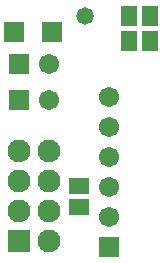
<source format=gts>
G04*
G04 #@! TF.GenerationSoftware,Altium Limited,Altium Designer,18.0.12 (696)*
G04*
G04 Layer_Color=8388736*
%FSAX24Y24*%
%MOIN*%
G70*
G01*
G75*
%ADD15R,0.0651X0.0533*%
%ADD16R,0.0680X0.0680*%
%ADD17R,0.0533X0.0651*%
%ADD18R,0.0671X0.0671*%
%ADD19C,0.0671*%
%ADD20R,0.0671X0.0671*%
%ADD21C,0.0760*%
%ADD22R,0.0760X0.0760*%
%ADD23C,0.0580*%
D15*
X003000Y002126D02*
D03*
X003000Y002834D02*
D03*
D16*
X002080Y007950D02*
D03*
X000820Y007950D02*
D03*
D17*
X005350Y007650D02*
D03*
X004641Y007650D02*
D03*
X004646Y008500D02*
D03*
X005354Y008500D02*
D03*
D18*
X001000Y006900D02*
D03*
X001000Y005700D02*
D03*
D19*
X002000Y006900D02*
D03*
X004000Y001800D02*
D03*
X004000Y002800D02*
D03*
X004000Y003800D02*
D03*
X004000Y004800D02*
D03*
X004000Y005800D02*
D03*
X002000Y005700D02*
D03*
D20*
X004000Y000800D02*
D03*
D21*
X002000Y003000D02*
D03*
X001000Y003000D02*
D03*
X002000Y002000D02*
D03*
X001000Y002000D02*
D03*
X002000Y001000D02*
D03*
X001000Y004000D02*
D03*
X002000Y004000D02*
D03*
D22*
X001000Y001000D02*
D03*
D23*
X003200Y008500D02*
D03*
M02*

</source>
